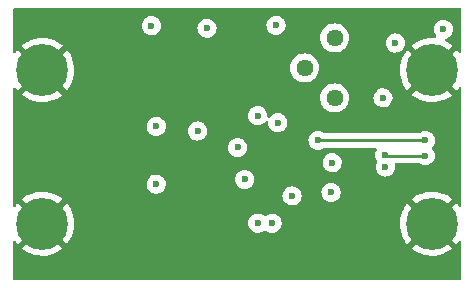
<source format=gbr>
%TF.GenerationSoftware,KiCad,Pcbnew,(6.0.4-0)*%
%TF.CreationDate,2022-11-03T14:14:05-06:00*%
%TF.ProjectId,howland,686f776c-616e-4642-9e6b-696361645f70,rev?*%
%TF.SameCoordinates,Original*%
%TF.FileFunction,Copper,L4,Bot*%
%TF.FilePolarity,Positive*%
%FSLAX46Y46*%
G04 Gerber Fmt 4.6, Leading zero omitted, Abs format (unit mm)*
G04 Created by KiCad (PCBNEW (6.0.4-0)) date 2022-11-03 14:14:05*
%MOMM*%
%LPD*%
G01*
G04 APERTURE LIST*
%TA.AperFunction,ComponentPad*%
%ADD10C,0.700000*%
%TD*%
%TA.AperFunction,ComponentPad*%
%ADD11C,4.400000*%
%TD*%
%TA.AperFunction,ComponentPad*%
%ADD12C,1.440000*%
%TD*%
%TA.AperFunction,ViaPad*%
%ADD13C,0.600000*%
%TD*%
%TA.AperFunction,Conductor*%
%ADD14C,0.250000*%
%TD*%
G04 APERTURE END LIST*
D10*
%TO.P,MH1,1,Pin_1*%
%TO.N,GNDPWR*%
X101350000Y-84000000D03*
X103000000Y-82350000D03*
X104166726Y-85166726D03*
X104166726Y-82833274D03*
D11*
X103000000Y-84000000D03*
D10*
X104650000Y-84000000D03*
X101833274Y-82833274D03*
X101833274Y-85166726D03*
X103000000Y-85650000D03*
%TD*%
D11*
%TO.P,MH2,1,Pin_1*%
%TO.N,GNDPWR*%
X136000000Y-84000000D03*
D10*
X137166726Y-82833274D03*
X134350000Y-84000000D03*
X137650000Y-84000000D03*
X137166726Y-85166726D03*
X136000000Y-82350000D03*
X136000000Y-85650000D03*
X134833274Y-85166726D03*
X134833274Y-82833274D03*
%TD*%
%TO.P,MH3,1,Pin_1*%
%TO.N,GNDPWR*%
X101833274Y-98166726D03*
D11*
X103000000Y-97000000D03*
D10*
X104166726Y-98166726D03*
X101833274Y-95833274D03*
X104166726Y-95833274D03*
X103000000Y-95350000D03*
X104650000Y-97000000D03*
X101350000Y-97000000D03*
X103000000Y-98650000D03*
%TD*%
D11*
%TO.P,MH4,1,Pin_1*%
%TO.N,GNDPWR*%
X136000000Y-97000000D03*
D10*
X134833274Y-95833274D03*
X134350000Y-97000000D03*
X137650000Y-97000000D03*
X136000000Y-95350000D03*
X137166726Y-98166726D03*
X137166726Y-95833274D03*
X134833274Y-98166726D03*
X136000000Y-98650000D03*
%TD*%
D12*
%TO.P,RV1,1,1*%
%TO.N,Net-(R5-Pad2)*%
X127750000Y-86350000D03*
%TO.P,RV1,2,2*%
%TO.N,Net-(RV1-Pad2)*%
X125210000Y-83810000D03*
%TO.P,RV1,3,3*%
%TO.N,Net-(R6-Pad1)*%
X127750000Y-81270000D03*
%TD*%
D13*
%TO.N,GND*%
X136950000Y-80550000D03*
X132908411Y-81708411D03*
X112250000Y-80250000D03*
X132050000Y-92200000D03*
X112650000Y-88750000D03*
X127550000Y-91850000D03*
X127450000Y-94350000D03*
X131850000Y-86350000D03*
X124150000Y-94650000D03*
X116150000Y-89150000D03*
X112650000Y-93650000D03*
%TO.N,+3V3*%
X116950000Y-80450000D03*
X121250000Y-87850000D03*
X121250000Y-96950000D03*
X122800000Y-80200000D03*
%TO.N,VD*%
X132000000Y-91200000D03*
X135450000Y-91250000D03*
X122465000Y-96965000D03*
X122950000Y-88450000D03*
%TO.N,/Channel1/buffer/out+*%
X120150000Y-93250000D03*
X119550000Y-90550000D03*
%TO.N,/sda-tx*%
X135450000Y-89950000D03*
X126350000Y-89950000D03*
%TD*%
D14*
%TO.N,VD*%
X132050000Y-91250000D02*
X132000000Y-91200000D01*
X135450000Y-91250000D02*
X132050000Y-91250000D01*
%TO.N,/sda-tx*%
X135450000Y-89950000D02*
X126350000Y-89950000D01*
%TD*%
%TA.AperFunction,Conductor*%
%TO.N,GNDPWR*%
G36*
X138433621Y-78778502D02*
G01*
X138480114Y-78832158D01*
X138491500Y-78884500D01*
X138491500Y-82434491D01*
X138471498Y-82502612D01*
X138417842Y-82549105D01*
X138347568Y-82559209D01*
X138282988Y-82529715D01*
X138257553Y-82499480D01*
X138237763Y-82466609D01*
X138233481Y-82460377D01*
X138097991Y-82286647D01*
X138086199Y-82278178D01*
X138074486Y-82284725D01*
X136372020Y-83987190D01*
X136364408Y-84001131D01*
X136364539Y-84002966D01*
X136368790Y-84009580D01*
X138073285Y-85714074D01*
X138086408Y-85721240D01*
X138096709Y-85713851D01*
X138200751Y-85586055D01*
X138205159Y-85579921D01*
X138258938Y-85494686D01*
X138312205Y-85447748D01*
X138382392Y-85437059D01*
X138447217Y-85466014D01*
X138486096Y-85525418D01*
X138491500Y-85561922D01*
X138491500Y-95434491D01*
X138471498Y-95502612D01*
X138417842Y-95549105D01*
X138347568Y-95559209D01*
X138282988Y-95529715D01*
X138257553Y-95499480D01*
X138237763Y-95466609D01*
X138233481Y-95460377D01*
X138097991Y-95286647D01*
X138086199Y-95278178D01*
X138074486Y-95284725D01*
X136372020Y-96987190D01*
X136364408Y-97001131D01*
X136364539Y-97002966D01*
X136368790Y-97009580D01*
X138073285Y-98714074D01*
X138086408Y-98721240D01*
X138096709Y-98713851D01*
X138200751Y-98586055D01*
X138205159Y-98579921D01*
X138258938Y-98494686D01*
X138312205Y-98447748D01*
X138382392Y-98437059D01*
X138447217Y-98466014D01*
X138486096Y-98525418D01*
X138491500Y-98561922D01*
X138491500Y-101615500D01*
X138471498Y-101683621D01*
X138417842Y-101730114D01*
X138365500Y-101741500D01*
X100634500Y-101741500D01*
X100566379Y-101721498D01*
X100519886Y-101667842D01*
X100508500Y-101615500D01*
X100508500Y-99086423D01*
X101278703Y-99086423D01*
X101286227Y-99096854D01*
X101425483Y-99209020D01*
X101431657Y-99213408D01*
X101702271Y-99382178D01*
X101708931Y-99385794D01*
X101997852Y-99520827D01*
X102004905Y-99523620D01*
X102307970Y-99622970D01*
X102315282Y-99624888D01*
X102628092Y-99687109D01*
X102635590Y-99688137D01*
X102953610Y-99712328D01*
X102961173Y-99712446D01*
X103279785Y-99698257D01*
X103287326Y-99697465D01*
X103601924Y-99645101D01*
X103609302Y-99643411D01*
X103915355Y-99553625D01*
X103922450Y-99551071D01*
X104215496Y-99425169D01*
X104222263Y-99421765D01*
X104498042Y-99261580D01*
X104504349Y-99257390D01*
X104714305Y-99098889D01*
X104722761Y-99087496D01*
X104722172Y-99086423D01*
X134278703Y-99086423D01*
X134286227Y-99096854D01*
X134425483Y-99209020D01*
X134431657Y-99213408D01*
X134702271Y-99382178D01*
X134708931Y-99385794D01*
X134997852Y-99520827D01*
X135004905Y-99523620D01*
X135307970Y-99622970D01*
X135315282Y-99624888D01*
X135628092Y-99687109D01*
X135635590Y-99688137D01*
X135953610Y-99712328D01*
X135961173Y-99712446D01*
X136279785Y-99698257D01*
X136287326Y-99697465D01*
X136601924Y-99645101D01*
X136609302Y-99643411D01*
X136915355Y-99553625D01*
X136922450Y-99551071D01*
X137215496Y-99425169D01*
X137222263Y-99421765D01*
X137498042Y-99261580D01*
X137504349Y-99257390D01*
X137714305Y-99098889D01*
X137722761Y-99087496D01*
X137716045Y-99075256D01*
X136012810Y-97372020D01*
X135998869Y-97364408D01*
X135997034Y-97364539D01*
X135990420Y-97368790D01*
X134285818Y-99073393D01*
X134278703Y-99086423D01*
X104722172Y-99086423D01*
X104716045Y-99075256D01*
X103012810Y-97372020D01*
X102998869Y-97364408D01*
X102997034Y-97364539D01*
X102990420Y-97368790D01*
X101285818Y-99073393D01*
X101278703Y-99086423D01*
X100508500Y-99086423D01*
X100508500Y-98568320D01*
X100528502Y-98500199D01*
X100582158Y-98453706D01*
X100652432Y-98443602D01*
X100717012Y-98473096D01*
X100743120Y-98504463D01*
X100746296Y-98509866D01*
X100750519Y-98516150D01*
X100901463Y-98713934D01*
X100912989Y-98722396D01*
X100925054Y-98715735D01*
X102627980Y-97012810D01*
X102634357Y-97001131D01*
X103364408Y-97001131D01*
X103364539Y-97002966D01*
X103368790Y-97009580D01*
X105073285Y-98714074D01*
X105086408Y-98721240D01*
X105096709Y-98713851D01*
X105200751Y-98586055D01*
X105205164Y-98579914D01*
X105375349Y-98310187D01*
X105379005Y-98303536D01*
X105515544Y-98015335D01*
X105518375Y-98008295D01*
X105619306Y-97705767D01*
X105621270Y-97698433D01*
X105685122Y-97385989D01*
X105686194Y-97378465D01*
X105712173Y-97059051D01*
X105712378Y-97054576D01*
X105712927Y-97002221D01*
X105712817Y-96997789D01*
X105709251Y-96938640D01*
X120436463Y-96938640D01*
X120454163Y-97119160D01*
X120511418Y-97291273D01*
X120515065Y-97297295D01*
X120515066Y-97297297D01*
X120568780Y-97385989D01*
X120605380Y-97446424D01*
X120731382Y-97576902D01*
X120883159Y-97676222D01*
X120889763Y-97678678D01*
X120889765Y-97678679D01*
X121046558Y-97736990D01*
X121046560Y-97736990D01*
X121053168Y-97739448D01*
X121136995Y-97750633D01*
X121225980Y-97762507D01*
X121225984Y-97762507D01*
X121232961Y-97763438D01*
X121239972Y-97762800D01*
X121239976Y-97762800D01*
X121382459Y-97749832D01*
X121413600Y-97746998D01*
X121420302Y-97744820D01*
X121420304Y-97744820D01*
X121579409Y-97693124D01*
X121579412Y-97693123D01*
X121586108Y-97690947D01*
X121712237Y-97615759D01*
X121735860Y-97601677D01*
X121735862Y-97601676D01*
X121741912Y-97598069D01*
X121760920Y-97579968D01*
X121824045Y-97547476D01*
X121894716Y-97554269D01*
X121938444Y-97583682D01*
X121946382Y-97591902D01*
X121984242Y-97616677D01*
X122092227Y-97687340D01*
X122098159Y-97691222D01*
X122104763Y-97693678D01*
X122104765Y-97693679D01*
X122261558Y-97751990D01*
X122261560Y-97751990D01*
X122268168Y-97754448D01*
X122335544Y-97763438D01*
X122440980Y-97777507D01*
X122440984Y-97777507D01*
X122447961Y-97778438D01*
X122454972Y-97777800D01*
X122454976Y-97777800D01*
X122597459Y-97764832D01*
X122628600Y-97761998D01*
X122635302Y-97759820D01*
X122635304Y-97759820D01*
X122794409Y-97708124D01*
X122794412Y-97708123D01*
X122801108Y-97705947D01*
X122956912Y-97613069D01*
X123088266Y-97487982D01*
X123188643Y-97336902D01*
X123253055Y-97167338D01*
X123268903Y-97054576D01*
X123277748Y-96991639D01*
X123277748Y-96991636D01*
X123278299Y-96987717D01*
X123278471Y-96975383D01*
X133287388Y-96975383D01*
X133303245Y-97293914D01*
X133304076Y-97301443D01*
X133358085Y-97615759D01*
X133359818Y-97623146D01*
X133451196Y-97928695D01*
X133453799Y-97935808D01*
X133581227Y-98228173D01*
X133584669Y-98234929D01*
X133746296Y-98509865D01*
X133750519Y-98516150D01*
X133901463Y-98713934D01*
X133912989Y-98722396D01*
X133925054Y-98715735D01*
X135627980Y-97012810D01*
X135635592Y-96998869D01*
X135635461Y-96997034D01*
X135631210Y-96990420D01*
X133926445Y-95285656D01*
X133913510Y-95278592D01*
X133902949Y-95286252D01*
X133782766Y-95437072D01*
X133778410Y-95443270D01*
X133611059Y-95714764D01*
X133607479Y-95721440D01*
X133473956Y-96011074D01*
X133471206Y-96018125D01*
X133373444Y-96321708D01*
X133371561Y-96329041D01*
X133310979Y-96642170D01*
X133309992Y-96649670D01*
X133287467Y-96967802D01*
X133287388Y-96975383D01*
X123278471Y-96975383D01*
X123278616Y-96965000D01*
X123258397Y-96784745D01*
X123247017Y-96752066D01*
X123201064Y-96620106D01*
X123201062Y-96620103D01*
X123198745Y-96613448D01*
X123102626Y-96459624D01*
X123010832Y-96367187D01*
X122979778Y-96335915D01*
X122979774Y-96335912D01*
X122974815Y-96330918D01*
X122963697Y-96323862D01*
X122915538Y-96293300D01*
X122821666Y-96233727D01*
X122765755Y-96213818D01*
X122657425Y-96175243D01*
X122657420Y-96175242D01*
X122650790Y-96172881D01*
X122643802Y-96172048D01*
X122643799Y-96172047D01*
X122503889Y-96155364D01*
X122470680Y-96151404D01*
X122463677Y-96152140D01*
X122463676Y-96152140D01*
X122297288Y-96169628D01*
X122297286Y-96169629D01*
X122290288Y-96170364D01*
X122118579Y-96228818D01*
X122112575Y-96232512D01*
X121970090Y-96320169D01*
X121970087Y-96320171D01*
X121964088Y-96323862D01*
X121953925Y-96333815D01*
X121891262Y-96367187D01*
X121820503Y-96361384D01*
X121776359Y-96332578D01*
X121772847Y-96329041D01*
X121759815Y-96315918D01*
X121748697Y-96308862D01*
X121630302Y-96233727D01*
X121606666Y-96218727D01*
X121577463Y-96208328D01*
X121442425Y-96160243D01*
X121442420Y-96160242D01*
X121435790Y-96157881D01*
X121428802Y-96157048D01*
X121428799Y-96157047D01*
X121305698Y-96142368D01*
X121255680Y-96136404D01*
X121248677Y-96137140D01*
X121248676Y-96137140D01*
X121082288Y-96154628D01*
X121082286Y-96154629D01*
X121075288Y-96155364D01*
X120903579Y-96213818D01*
X120871218Y-96233727D01*
X120755095Y-96305166D01*
X120755092Y-96305168D01*
X120749088Y-96308862D01*
X120744053Y-96313793D01*
X120744050Y-96313795D01*
X120634208Y-96421361D01*
X120619493Y-96435771D01*
X120521235Y-96588238D01*
X120518826Y-96594858D01*
X120518824Y-96594861D01*
X120461606Y-96752066D01*
X120459197Y-96758685D01*
X120436463Y-96938640D01*
X105709251Y-96938640D01*
X105693529Y-96677853D01*
X105692621Y-96670351D01*
X105635319Y-96356593D01*
X105633518Y-96349260D01*
X105538935Y-96044655D01*
X105536263Y-96037583D01*
X105405781Y-95746570D01*
X105402264Y-95739843D01*
X105237771Y-95466621D01*
X105233481Y-95460377D01*
X105097991Y-95286647D01*
X105086199Y-95278178D01*
X105074486Y-95284725D01*
X103372020Y-96987190D01*
X103364408Y-97001131D01*
X102634357Y-97001131D01*
X102635592Y-96998869D01*
X102635461Y-96997034D01*
X102631210Y-96990420D01*
X100926445Y-95285656D01*
X100913510Y-95278592D01*
X100902949Y-95286252D01*
X100782766Y-95437072D01*
X100778410Y-95443270D01*
X100741760Y-95502727D01*
X100688988Y-95550220D01*
X100618916Y-95561644D01*
X100553792Y-95533370D01*
X100514293Y-95474376D01*
X100508500Y-95436611D01*
X100508500Y-94913423D01*
X101277917Y-94913423D01*
X101284520Y-94925309D01*
X102987190Y-96627980D01*
X103001131Y-96635592D01*
X103002966Y-96635461D01*
X103009580Y-96631210D01*
X104714559Y-94926230D01*
X104721571Y-94913389D01*
X104713777Y-94902701D01*
X104551298Y-94774613D01*
X104545075Y-94770288D01*
X104328977Y-94638640D01*
X123336463Y-94638640D01*
X123354163Y-94819160D01*
X123411418Y-94991273D01*
X123415065Y-94997295D01*
X123415066Y-94997297D01*
X123501720Y-95140380D01*
X123505380Y-95146424D01*
X123631382Y-95276902D01*
X123783159Y-95376222D01*
X123789763Y-95378678D01*
X123789765Y-95378679D01*
X123946558Y-95436990D01*
X123946560Y-95436990D01*
X123953168Y-95439448D01*
X124036995Y-95450633D01*
X124125980Y-95462507D01*
X124125984Y-95462507D01*
X124132961Y-95463438D01*
X124139972Y-95462800D01*
X124139976Y-95462800D01*
X124282459Y-95449832D01*
X124313600Y-95446998D01*
X124320302Y-95444820D01*
X124320304Y-95444820D01*
X124479409Y-95393124D01*
X124479412Y-95393123D01*
X124486108Y-95390947D01*
X124641912Y-95298069D01*
X124773266Y-95172982D01*
X124873643Y-95021902D01*
X124938055Y-94852338D01*
X124939733Y-94840401D01*
X124962748Y-94676639D01*
X124962748Y-94676636D01*
X124963299Y-94672717D01*
X124963616Y-94650000D01*
X124943397Y-94469745D01*
X124941080Y-94463091D01*
X124897742Y-94338640D01*
X126636463Y-94338640D01*
X126654163Y-94519160D01*
X126711418Y-94691273D01*
X126715065Y-94697295D01*
X126715066Y-94697297D01*
X126784624Y-94812151D01*
X126805380Y-94846424D01*
X126931382Y-94976902D01*
X127083159Y-95076222D01*
X127089763Y-95078678D01*
X127089765Y-95078679D01*
X127246558Y-95136990D01*
X127246560Y-95136990D01*
X127253168Y-95139448D01*
X127336995Y-95150633D01*
X127425980Y-95162507D01*
X127425984Y-95162507D01*
X127432961Y-95163438D01*
X127439972Y-95162800D01*
X127439976Y-95162800D01*
X127582459Y-95149832D01*
X127613600Y-95146998D01*
X127620302Y-95144820D01*
X127620304Y-95144820D01*
X127779409Y-95093124D01*
X127779412Y-95093123D01*
X127786108Y-95090947D01*
X127901932Y-95021902D01*
X127935860Y-95001677D01*
X127935862Y-95001676D01*
X127941912Y-94998069D01*
X128030799Y-94913423D01*
X134277917Y-94913423D01*
X134284520Y-94925309D01*
X135987190Y-96627980D01*
X136001131Y-96635592D01*
X136002966Y-96635461D01*
X136009580Y-96631210D01*
X137714559Y-94926230D01*
X137721571Y-94913389D01*
X137713777Y-94902701D01*
X137551298Y-94774613D01*
X137545075Y-94770288D01*
X137272702Y-94604357D01*
X137266025Y-94600822D01*
X136975686Y-94468813D01*
X136968616Y-94466099D01*
X136664537Y-94369932D01*
X136657186Y-94368085D01*
X136343746Y-94309142D01*
X136336237Y-94308194D01*
X136017989Y-94287335D01*
X136010424Y-94287295D01*
X135691964Y-94304821D01*
X135684450Y-94305690D01*
X135370405Y-94361348D01*
X135363044Y-94363115D01*
X135057980Y-94456092D01*
X135050860Y-94458740D01*
X134759182Y-94587690D01*
X134752445Y-94591167D01*
X134478355Y-94754233D01*
X134472091Y-94758490D01*
X134286385Y-94901762D01*
X134277917Y-94913423D01*
X128030799Y-94913423D01*
X128073266Y-94872982D01*
X128173643Y-94721902D01*
X128218295Y-94604357D01*
X128235555Y-94558920D01*
X128235556Y-94558918D01*
X128238055Y-94552338D01*
X128239035Y-94545366D01*
X128262748Y-94376639D01*
X128262748Y-94376636D01*
X128263299Y-94372717D01*
X128263616Y-94350000D01*
X128243397Y-94169745D01*
X128241080Y-94163091D01*
X128186064Y-94005106D01*
X128186062Y-94005103D01*
X128183745Y-93998448D01*
X128133171Y-93917512D01*
X128091359Y-93850598D01*
X128087626Y-93844624D01*
X128082664Y-93839627D01*
X127964778Y-93720915D01*
X127964774Y-93720912D01*
X127959815Y-93715918D01*
X127948697Y-93708862D01*
X127885501Y-93668757D01*
X127806666Y-93618727D01*
X127777463Y-93608328D01*
X127642425Y-93560243D01*
X127642420Y-93560242D01*
X127635790Y-93557881D01*
X127628802Y-93557048D01*
X127628799Y-93557047D01*
X127505698Y-93542368D01*
X127455680Y-93536404D01*
X127448677Y-93537140D01*
X127448676Y-93537140D01*
X127282288Y-93554628D01*
X127282286Y-93554629D01*
X127275288Y-93555364D01*
X127103579Y-93613818D01*
X127097575Y-93617512D01*
X126955095Y-93705166D01*
X126955092Y-93705168D01*
X126949088Y-93708862D01*
X126944053Y-93713793D01*
X126944050Y-93713795D01*
X126829630Y-93825844D01*
X126819493Y-93835771D01*
X126721235Y-93988238D01*
X126718826Y-93994858D01*
X126718824Y-93994861D01*
X126661606Y-94152066D01*
X126659197Y-94158685D01*
X126636463Y-94338640D01*
X124897742Y-94338640D01*
X124886064Y-94305106D01*
X124886062Y-94305103D01*
X124883745Y-94298448D01*
X124787626Y-94144624D01*
X124707005Y-94063438D01*
X124664778Y-94020915D01*
X124664774Y-94020912D01*
X124659815Y-94015918D01*
X124648697Y-94008862D01*
X124591185Y-93972364D01*
X124506666Y-93918727D01*
X124458784Y-93901677D01*
X124342425Y-93860243D01*
X124342420Y-93860242D01*
X124335790Y-93857881D01*
X124328802Y-93857048D01*
X124328799Y-93857047D01*
X124205698Y-93842368D01*
X124155680Y-93836404D01*
X124148677Y-93837140D01*
X124148676Y-93837140D01*
X123982288Y-93854628D01*
X123982286Y-93854629D01*
X123975288Y-93855364D01*
X123803579Y-93913818D01*
X123797575Y-93917512D01*
X123655095Y-94005166D01*
X123655092Y-94005168D01*
X123649088Y-94008862D01*
X123644053Y-94013793D01*
X123644050Y-94013795D01*
X123524525Y-94130843D01*
X123519493Y-94135771D01*
X123421235Y-94288238D01*
X123418826Y-94294858D01*
X123418824Y-94294861D01*
X123364243Y-94444820D01*
X123359197Y-94458685D01*
X123336463Y-94638640D01*
X104328977Y-94638640D01*
X104272702Y-94604357D01*
X104266025Y-94600822D01*
X103975686Y-94468813D01*
X103968616Y-94466099D01*
X103664537Y-94369932D01*
X103657186Y-94368085D01*
X103343746Y-94309142D01*
X103336237Y-94308194D01*
X103017989Y-94287335D01*
X103010424Y-94287295D01*
X102691964Y-94304821D01*
X102684450Y-94305690D01*
X102370405Y-94361348D01*
X102363044Y-94363115D01*
X102057980Y-94456092D01*
X102050860Y-94458740D01*
X101759182Y-94587690D01*
X101752445Y-94591167D01*
X101478355Y-94754233D01*
X101472091Y-94758490D01*
X101286385Y-94901762D01*
X101277917Y-94913423D01*
X100508500Y-94913423D01*
X100508500Y-93638640D01*
X111836463Y-93638640D01*
X111854163Y-93819160D01*
X111911418Y-93991273D01*
X111915065Y-93997295D01*
X111915066Y-93997297D01*
X112001264Y-94139627D01*
X112005380Y-94146424D01*
X112010269Y-94151487D01*
X112010270Y-94151488D01*
X112025357Y-94167111D01*
X112131382Y-94276902D01*
X112155171Y-94292469D01*
X112243088Y-94350000D01*
X112283159Y-94376222D01*
X112289763Y-94378678D01*
X112289765Y-94378679D01*
X112446558Y-94436990D01*
X112446560Y-94436990D01*
X112453168Y-94439448D01*
X112536995Y-94450633D01*
X112625980Y-94462507D01*
X112625984Y-94462507D01*
X112632961Y-94463438D01*
X112639972Y-94462800D01*
X112639976Y-94462800D01*
X112782459Y-94449832D01*
X112813600Y-94446998D01*
X112820302Y-94444820D01*
X112820304Y-94444820D01*
X112979409Y-94393124D01*
X112979412Y-94393123D01*
X112986108Y-94390947D01*
X113123337Y-94309142D01*
X113135860Y-94301677D01*
X113135862Y-94301676D01*
X113141912Y-94298069D01*
X113273266Y-94172982D01*
X113373643Y-94021902D01*
X113422529Y-93893211D01*
X113435555Y-93858920D01*
X113435556Y-93858918D01*
X113438055Y-93852338D01*
X113439551Y-93841693D01*
X113462748Y-93676639D01*
X113462748Y-93676636D01*
X113463299Y-93672717D01*
X113463616Y-93650000D01*
X113443397Y-93469745D01*
X113441080Y-93463091D01*
X113386064Y-93305106D01*
X113386062Y-93305103D01*
X113383745Y-93298448D01*
X113346373Y-93238640D01*
X119336463Y-93238640D01*
X119354163Y-93419160D01*
X119411418Y-93591273D01*
X119415065Y-93597295D01*
X119415066Y-93597297D01*
X119482632Y-93708862D01*
X119505380Y-93746424D01*
X119631382Y-93876902D01*
X119783159Y-93976222D01*
X119789763Y-93978678D01*
X119789765Y-93978679D01*
X119946558Y-94036990D01*
X119946560Y-94036990D01*
X119953168Y-94039448D01*
X120036995Y-94050633D01*
X120125980Y-94062507D01*
X120125984Y-94062507D01*
X120132961Y-94063438D01*
X120139972Y-94062800D01*
X120139976Y-94062800D01*
X120282459Y-94049832D01*
X120313600Y-94046998D01*
X120320302Y-94044820D01*
X120320304Y-94044820D01*
X120479409Y-93993124D01*
X120479412Y-93993123D01*
X120486108Y-93990947D01*
X120609296Y-93917512D01*
X120635860Y-93901677D01*
X120635862Y-93901676D01*
X120641912Y-93898069D01*
X120773266Y-93772982D01*
X120873643Y-93621902D01*
X120932989Y-93465675D01*
X120935555Y-93458920D01*
X120935556Y-93458918D01*
X120938055Y-93452338D01*
X120939035Y-93445366D01*
X120962748Y-93276639D01*
X120962748Y-93276636D01*
X120963299Y-93272717D01*
X120963616Y-93250000D01*
X120943397Y-93069745D01*
X120941080Y-93063091D01*
X120886064Y-92905106D01*
X120886062Y-92905103D01*
X120883745Y-92898448D01*
X120856823Y-92855364D01*
X120791359Y-92750598D01*
X120787626Y-92744624D01*
X120770960Y-92727841D01*
X120664778Y-92620915D01*
X120664774Y-92620912D01*
X120659815Y-92615918D01*
X120648697Y-92608862D01*
X120590457Y-92571902D01*
X120506666Y-92518727D01*
X120458784Y-92501677D01*
X120342425Y-92460243D01*
X120342420Y-92460242D01*
X120335790Y-92457881D01*
X120328802Y-92457048D01*
X120328799Y-92457047D01*
X120205698Y-92442368D01*
X120155680Y-92436404D01*
X120148677Y-92437140D01*
X120148676Y-92437140D01*
X119982288Y-92454628D01*
X119982286Y-92454629D01*
X119975288Y-92455364D01*
X119803579Y-92513818D01*
X119797575Y-92517512D01*
X119655095Y-92605166D01*
X119655092Y-92605168D01*
X119649088Y-92608862D01*
X119644053Y-92613793D01*
X119644050Y-92613795D01*
X119527591Y-92727841D01*
X119519493Y-92735771D01*
X119421235Y-92888238D01*
X119418826Y-92894858D01*
X119418824Y-92894861D01*
X119375536Y-93013795D01*
X119359197Y-93058685D01*
X119336463Y-93238640D01*
X113346373Y-93238640D01*
X113287626Y-93144624D01*
X113273941Y-93130843D01*
X113164778Y-93020915D01*
X113164774Y-93020912D01*
X113159815Y-93015918D01*
X113148697Y-93008862D01*
X113100538Y-92978300D01*
X113006666Y-92918727D01*
X112949716Y-92898448D01*
X112842425Y-92860243D01*
X112842420Y-92860242D01*
X112835790Y-92857881D01*
X112828802Y-92857048D01*
X112828799Y-92857047D01*
X112705698Y-92842368D01*
X112655680Y-92836404D01*
X112648677Y-92837140D01*
X112648676Y-92837140D01*
X112482288Y-92854628D01*
X112482286Y-92854629D01*
X112475288Y-92855364D01*
X112303579Y-92913818D01*
X112297575Y-92917512D01*
X112155095Y-93005166D01*
X112155092Y-93005168D01*
X112149088Y-93008862D01*
X112144053Y-93013793D01*
X112144050Y-93013795D01*
X112086916Y-93069745D01*
X112019493Y-93135771D01*
X111921235Y-93288238D01*
X111918826Y-93294858D01*
X111918824Y-93294861D01*
X111876134Y-93412151D01*
X111859197Y-93458685D01*
X111836463Y-93638640D01*
X100508500Y-93638640D01*
X100508500Y-91838640D01*
X126736463Y-91838640D01*
X126754163Y-92019160D01*
X126811418Y-92191273D01*
X126815065Y-92197295D01*
X126815066Y-92197297D01*
X126825978Y-92215314D01*
X126905380Y-92346424D01*
X127031382Y-92476902D01*
X127183159Y-92576222D01*
X127189763Y-92578678D01*
X127189765Y-92578679D01*
X127346558Y-92636990D01*
X127346560Y-92636990D01*
X127353168Y-92639448D01*
X127436995Y-92650633D01*
X127525980Y-92662507D01*
X127525984Y-92662507D01*
X127532961Y-92663438D01*
X127539972Y-92662800D01*
X127539976Y-92662800D01*
X127682459Y-92649832D01*
X127713600Y-92646998D01*
X127720302Y-92644820D01*
X127720304Y-92644820D01*
X127879409Y-92593124D01*
X127879412Y-92593123D01*
X127886108Y-92590947D01*
X128009296Y-92517512D01*
X128035860Y-92501677D01*
X128035862Y-92501676D01*
X128041912Y-92498069D01*
X128173266Y-92372982D01*
X128273643Y-92221902D01*
X128315423Y-92111917D01*
X128335555Y-92058920D01*
X128335556Y-92058918D01*
X128338055Y-92052338D01*
X128340212Y-92036990D01*
X128362748Y-91876639D01*
X128362748Y-91876636D01*
X128363299Y-91872717D01*
X128363616Y-91850000D01*
X128343397Y-91669745D01*
X128341080Y-91663091D01*
X128286064Y-91505106D01*
X128286062Y-91505103D01*
X128283745Y-91498448D01*
X128187626Y-91344624D01*
X128173941Y-91330843D01*
X128064778Y-91220915D01*
X128064774Y-91220912D01*
X128059815Y-91215918D01*
X128048697Y-91208862D01*
X127998335Y-91176902D01*
X127906666Y-91118727D01*
X127877463Y-91108328D01*
X127742425Y-91060243D01*
X127742420Y-91060242D01*
X127735790Y-91057881D01*
X127728802Y-91057048D01*
X127728799Y-91057047D01*
X127605698Y-91042368D01*
X127555680Y-91036404D01*
X127548677Y-91037140D01*
X127548676Y-91037140D01*
X127382288Y-91054628D01*
X127382286Y-91054629D01*
X127375288Y-91055364D01*
X127203579Y-91113818D01*
X127197575Y-91117512D01*
X127055095Y-91205166D01*
X127055092Y-91205168D01*
X127049088Y-91208862D01*
X127044053Y-91213793D01*
X127044050Y-91213795D01*
X126924525Y-91330843D01*
X126919493Y-91335771D01*
X126821235Y-91488238D01*
X126818826Y-91494858D01*
X126818824Y-91494861D01*
X126799739Y-91547297D01*
X126759197Y-91658685D01*
X126736463Y-91838640D01*
X100508500Y-91838640D01*
X100508500Y-90538640D01*
X118736463Y-90538640D01*
X118754163Y-90719160D01*
X118811418Y-90891273D01*
X118815065Y-90897295D01*
X118815066Y-90897297D01*
X118899817Y-91037238D01*
X118905380Y-91046424D01*
X118910269Y-91051487D01*
X118910270Y-91051488D01*
X118916204Y-91057633D01*
X119031382Y-91176902D01*
X119091005Y-91215918D01*
X119143088Y-91250000D01*
X119183159Y-91276222D01*
X119189763Y-91278678D01*
X119189765Y-91278679D01*
X119346558Y-91336990D01*
X119346560Y-91336990D01*
X119353168Y-91339448D01*
X119436732Y-91350598D01*
X119525980Y-91362507D01*
X119525984Y-91362507D01*
X119532961Y-91363438D01*
X119539972Y-91362800D01*
X119539976Y-91362800D01*
X119682459Y-91349832D01*
X119713600Y-91346998D01*
X119720302Y-91344820D01*
X119720304Y-91344820D01*
X119879409Y-91293124D01*
X119879412Y-91293123D01*
X119886108Y-91290947D01*
X120011970Y-91215918D01*
X120035860Y-91201677D01*
X120035862Y-91201676D01*
X120041912Y-91198069D01*
X120173266Y-91072982D01*
X120273643Y-90921902D01*
X120328400Y-90777756D01*
X120335555Y-90758920D01*
X120335556Y-90758918D01*
X120338055Y-90752338D01*
X120339736Y-90740380D01*
X120362748Y-90576639D01*
X120362748Y-90576636D01*
X120363299Y-90572717D01*
X120363616Y-90550000D01*
X120343397Y-90369745D01*
X120341080Y-90363091D01*
X120286064Y-90205106D01*
X120286062Y-90205103D01*
X120283745Y-90198448D01*
X120187626Y-90044624D01*
X120120114Y-89976639D01*
X120082380Y-89938640D01*
X125536463Y-89938640D01*
X125554163Y-90119160D01*
X125611418Y-90291273D01*
X125615065Y-90297295D01*
X125615066Y-90297297D01*
X125663181Y-90376744D01*
X125705380Y-90446424D01*
X125831382Y-90576902D01*
X125983159Y-90676222D01*
X125989763Y-90678678D01*
X125989765Y-90678679D01*
X126146558Y-90736990D01*
X126146560Y-90736990D01*
X126153168Y-90739448D01*
X126236732Y-90750598D01*
X126325980Y-90762507D01*
X126325984Y-90762507D01*
X126332961Y-90763438D01*
X126339972Y-90762800D01*
X126339976Y-90762800D01*
X126482459Y-90749832D01*
X126513600Y-90746998D01*
X126520302Y-90744820D01*
X126520304Y-90744820D01*
X126679409Y-90693124D01*
X126679412Y-90693123D01*
X126686108Y-90690947D01*
X126836540Y-90601271D01*
X126901058Y-90583500D01*
X131204303Y-90583500D01*
X131272424Y-90603502D01*
X131318917Y-90657158D01*
X131329021Y-90727432D01*
X131310216Y-90777752D01*
X131271235Y-90838238D01*
X131268826Y-90844858D01*
X131268824Y-90844861D01*
X131211606Y-91002066D01*
X131209197Y-91008685D01*
X131186463Y-91188640D01*
X131204163Y-91369160D01*
X131261418Y-91541273D01*
X131265065Y-91547295D01*
X131265066Y-91547297D01*
X131342329Y-91674874D01*
X131360508Y-91743504D01*
X131340466Y-91808398D01*
X131321235Y-91838238D01*
X131318826Y-91844858D01*
X131318824Y-91844861D01*
X131270118Y-91978679D01*
X131259197Y-92008685D01*
X131236463Y-92188640D01*
X131254163Y-92369160D01*
X131311418Y-92541273D01*
X131315065Y-92547295D01*
X131315066Y-92547297D01*
X131385017Y-92662800D01*
X131405380Y-92696424D01*
X131410269Y-92701487D01*
X131410270Y-92701488D01*
X131487121Y-92781068D01*
X131531382Y-92826902D01*
X131607271Y-92876562D01*
X131669849Y-92917512D01*
X131683159Y-92926222D01*
X131689763Y-92928678D01*
X131689765Y-92928679D01*
X131846558Y-92986990D01*
X131846560Y-92986990D01*
X131853168Y-92989448D01*
X131936995Y-93000633D01*
X132025980Y-93012507D01*
X132025984Y-93012507D01*
X132032961Y-93013438D01*
X132039972Y-93012800D01*
X132039976Y-93012800D01*
X132182459Y-92999832D01*
X132213600Y-92996998D01*
X132220302Y-92994820D01*
X132220304Y-92994820D01*
X132379409Y-92943124D01*
X132379412Y-92943123D01*
X132386108Y-92940947D01*
X132521490Y-92860243D01*
X132535860Y-92851677D01*
X132535862Y-92851676D01*
X132541912Y-92848069D01*
X132673266Y-92722982D01*
X132773643Y-92571902D01*
X132824835Y-92437140D01*
X132835555Y-92408920D01*
X132835556Y-92408918D01*
X132838055Y-92402338D01*
X132841498Y-92377841D01*
X132862748Y-92226639D01*
X132862748Y-92226636D01*
X132863299Y-92222717D01*
X132863616Y-92200000D01*
X132843823Y-92023544D01*
X132856107Y-91953620D01*
X132904246Y-91901435D01*
X132969038Y-91883500D01*
X134903903Y-91883500D01*
X134972896Y-91904068D01*
X135048620Y-91953620D01*
X135083159Y-91976222D01*
X135089763Y-91978678D01*
X135089765Y-91978679D01*
X135246558Y-92036990D01*
X135246560Y-92036990D01*
X135253168Y-92039448D01*
X135336995Y-92050633D01*
X135425980Y-92062507D01*
X135425984Y-92062507D01*
X135432961Y-92063438D01*
X135439972Y-92062800D01*
X135439976Y-92062800D01*
X135582459Y-92049832D01*
X135613600Y-92046998D01*
X135620302Y-92044820D01*
X135620304Y-92044820D01*
X135779409Y-91993124D01*
X135779412Y-91993123D01*
X135786108Y-91990947D01*
X135941912Y-91898069D01*
X136073266Y-91772982D01*
X136173643Y-91621902D01*
X136238055Y-91452338D01*
X136239035Y-91445366D01*
X136262748Y-91276639D01*
X136262748Y-91276636D01*
X136263299Y-91272717D01*
X136263616Y-91250000D01*
X136243397Y-91069745D01*
X136235276Y-91046424D01*
X136186064Y-90905106D01*
X136186062Y-90905103D01*
X136183745Y-90898448D01*
X136175086Y-90884590D01*
X136091359Y-90750598D01*
X136087626Y-90744624D01*
X136032667Y-90689280D01*
X135998860Y-90626849D01*
X136004172Y-90556052D01*
X136035181Y-90509251D01*
X136068159Y-90477846D01*
X136068162Y-90477843D01*
X136073266Y-90472982D01*
X136173643Y-90321902D01*
X136238055Y-90152338D01*
X136239035Y-90145366D01*
X136262748Y-89976639D01*
X136262748Y-89976636D01*
X136263299Y-89972717D01*
X136263616Y-89950000D01*
X136243397Y-89769745D01*
X136240088Y-89760243D01*
X136186064Y-89605106D01*
X136186062Y-89605103D01*
X136183745Y-89598448D01*
X136108906Y-89478679D01*
X136091359Y-89450598D01*
X136087626Y-89444624D01*
X136036571Y-89393211D01*
X135964778Y-89320915D01*
X135964774Y-89320912D01*
X135959815Y-89315918D01*
X135948697Y-89308862D01*
X135851214Y-89246998D01*
X135806666Y-89218727D01*
X135777463Y-89208328D01*
X135642425Y-89160243D01*
X135642420Y-89160242D01*
X135635790Y-89157881D01*
X135628802Y-89157048D01*
X135628799Y-89157047D01*
X135474431Y-89138640D01*
X135455680Y-89136404D01*
X135448677Y-89137140D01*
X135448676Y-89137140D01*
X135282288Y-89154628D01*
X135282286Y-89154629D01*
X135275288Y-89155364D01*
X135103579Y-89213818D01*
X134967039Y-89297819D01*
X134901019Y-89316500D01*
X126897338Y-89316500D01*
X126829824Y-89296885D01*
X126751214Y-89246998D01*
X126706666Y-89218727D01*
X126677463Y-89208328D01*
X126542425Y-89160243D01*
X126542420Y-89160242D01*
X126535790Y-89157881D01*
X126528802Y-89157048D01*
X126528799Y-89157047D01*
X126374431Y-89138640D01*
X126355680Y-89136404D01*
X126348677Y-89137140D01*
X126348676Y-89137140D01*
X126182288Y-89154628D01*
X126182286Y-89154629D01*
X126175288Y-89155364D01*
X126003579Y-89213818D01*
X125997575Y-89217512D01*
X125855095Y-89305166D01*
X125855092Y-89305168D01*
X125849088Y-89308862D01*
X125844053Y-89313793D01*
X125844050Y-89313795D01*
X125724525Y-89430843D01*
X125719493Y-89435771D01*
X125621235Y-89588238D01*
X125618826Y-89594858D01*
X125618824Y-89594861D01*
X125588622Y-89677841D01*
X125559197Y-89758685D01*
X125536463Y-89938640D01*
X120082380Y-89938640D01*
X120064778Y-89920915D01*
X120064774Y-89920912D01*
X120059815Y-89915918D01*
X120048697Y-89908862D01*
X119991185Y-89872364D01*
X119906666Y-89818727D01*
X119858784Y-89801677D01*
X119742425Y-89760243D01*
X119742420Y-89760242D01*
X119735790Y-89757881D01*
X119728802Y-89757048D01*
X119728799Y-89757047D01*
X119605698Y-89742368D01*
X119555680Y-89736404D01*
X119548677Y-89737140D01*
X119548676Y-89737140D01*
X119382288Y-89754628D01*
X119382286Y-89754629D01*
X119375288Y-89755364D01*
X119203579Y-89813818D01*
X119197575Y-89817512D01*
X119055095Y-89905166D01*
X119055092Y-89905168D01*
X119049088Y-89908862D01*
X119044053Y-89913793D01*
X119044050Y-89913795D01*
X118924525Y-90030843D01*
X118919493Y-90035771D01*
X118821235Y-90188238D01*
X118818826Y-90194858D01*
X118818824Y-90194861D01*
X118774983Y-90315314D01*
X118759197Y-90358685D01*
X118736463Y-90538640D01*
X100508500Y-90538640D01*
X100508500Y-88738640D01*
X111836463Y-88738640D01*
X111854163Y-88919160D01*
X111911418Y-89091273D01*
X111915065Y-89097295D01*
X111915066Y-89097297D01*
X112001720Y-89240380D01*
X112005380Y-89246424D01*
X112010269Y-89251487D01*
X112010270Y-89251488D01*
X112068852Y-89312151D01*
X112131382Y-89376902D01*
X112283159Y-89476222D01*
X112289763Y-89478678D01*
X112289765Y-89478679D01*
X112446558Y-89536990D01*
X112446560Y-89536990D01*
X112453168Y-89539448D01*
X112536995Y-89550633D01*
X112625980Y-89562507D01*
X112625984Y-89562507D01*
X112632961Y-89563438D01*
X112639972Y-89562800D01*
X112639976Y-89562800D01*
X112782459Y-89549832D01*
X112813600Y-89546998D01*
X112820302Y-89544820D01*
X112820304Y-89544820D01*
X112979409Y-89493124D01*
X112979412Y-89493123D01*
X112986108Y-89490947D01*
X113141912Y-89398069D01*
X113273266Y-89272982D01*
X113362522Y-89138640D01*
X115336463Y-89138640D01*
X115354163Y-89319160D01*
X115411418Y-89491273D01*
X115415065Y-89497295D01*
X115415066Y-89497297D01*
X115474153Y-89594861D01*
X115505380Y-89646424D01*
X115631382Y-89776902D01*
X115783159Y-89876222D01*
X115789763Y-89878678D01*
X115789765Y-89878679D01*
X115946558Y-89936990D01*
X115946560Y-89936990D01*
X115953168Y-89939448D01*
X116032250Y-89950000D01*
X116125980Y-89962507D01*
X116125984Y-89962507D01*
X116132961Y-89963438D01*
X116139972Y-89962800D01*
X116139976Y-89962800D01*
X116282459Y-89949832D01*
X116313600Y-89946998D01*
X116320302Y-89944820D01*
X116320304Y-89944820D01*
X116479409Y-89893124D01*
X116479412Y-89893123D01*
X116486108Y-89890947D01*
X116609296Y-89817512D01*
X116635860Y-89801677D01*
X116635862Y-89801676D01*
X116641912Y-89798069D01*
X116773266Y-89672982D01*
X116873643Y-89521902D01*
X116922529Y-89393211D01*
X116935555Y-89358920D01*
X116935556Y-89358918D01*
X116938055Y-89352338D01*
X116939035Y-89345366D01*
X116962748Y-89176639D01*
X116962748Y-89176636D01*
X116963299Y-89172717D01*
X116963506Y-89157881D01*
X116963561Y-89153962D01*
X116963561Y-89153957D01*
X116963616Y-89150000D01*
X116943397Y-88969745D01*
X116941080Y-88963091D01*
X116886064Y-88805106D01*
X116886062Y-88805103D01*
X116883745Y-88798448D01*
X116787626Y-88644624D01*
X116755379Y-88612151D01*
X116664778Y-88520915D01*
X116664774Y-88520912D01*
X116659815Y-88515918D01*
X116648697Y-88508862D01*
X116591741Y-88472717D01*
X116506666Y-88418727D01*
X116449716Y-88398448D01*
X116342425Y-88360243D01*
X116342420Y-88360242D01*
X116335790Y-88357881D01*
X116328802Y-88357048D01*
X116328799Y-88357047D01*
X116205698Y-88342368D01*
X116155680Y-88336404D01*
X116148677Y-88337140D01*
X116148676Y-88337140D01*
X115982288Y-88354628D01*
X115982286Y-88354629D01*
X115975288Y-88355364D01*
X115803579Y-88413818D01*
X115797575Y-88417512D01*
X115655095Y-88505166D01*
X115655092Y-88505168D01*
X115649088Y-88508862D01*
X115644053Y-88513793D01*
X115644050Y-88513795D01*
X115529630Y-88625844D01*
X115519493Y-88635771D01*
X115421235Y-88788238D01*
X115418826Y-88794858D01*
X115418824Y-88794861D01*
X115361606Y-88952066D01*
X115359197Y-88958685D01*
X115336463Y-89138640D01*
X113362522Y-89138640D01*
X113373643Y-89121902D01*
X113432989Y-88965675D01*
X113435555Y-88958920D01*
X113435556Y-88958918D01*
X113438055Y-88952338D01*
X113439733Y-88940401D01*
X113462748Y-88776639D01*
X113462748Y-88776636D01*
X113463299Y-88772717D01*
X113463616Y-88750000D01*
X113443397Y-88569745D01*
X113441080Y-88563091D01*
X113386064Y-88405106D01*
X113386062Y-88405103D01*
X113383745Y-88398448D01*
X113356823Y-88355364D01*
X113291359Y-88250598D01*
X113287626Y-88244624D01*
X113265062Y-88221902D01*
X113164778Y-88120915D01*
X113164774Y-88120912D01*
X113159815Y-88115918D01*
X113148697Y-88108862D01*
X113100538Y-88078300D01*
X113006666Y-88018727D01*
X112973494Y-88006915D01*
X112842425Y-87960243D01*
X112842420Y-87960242D01*
X112835790Y-87957881D01*
X112828802Y-87957048D01*
X112828799Y-87957047D01*
X112700001Y-87941689D01*
X112655680Y-87936404D01*
X112648677Y-87937140D01*
X112648676Y-87937140D01*
X112482288Y-87954628D01*
X112482286Y-87954629D01*
X112475288Y-87955364D01*
X112303579Y-88013818D01*
X112241109Y-88052250D01*
X112155095Y-88105166D01*
X112155092Y-88105168D01*
X112149088Y-88108862D01*
X112144053Y-88113793D01*
X112144050Y-88113795D01*
X112024525Y-88230843D01*
X112019493Y-88235771D01*
X111921235Y-88388238D01*
X111918826Y-88394858D01*
X111918824Y-88394861D01*
X111879946Y-88501677D01*
X111859197Y-88558685D01*
X111836463Y-88738640D01*
X100508500Y-88738640D01*
X100508500Y-87838640D01*
X120436463Y-87838640D01*
X120454163Y-88019160D01*
X120511418Y-88191273D01*
X120515065Y-88197295D01*
X120515066Y-88197297D01*
X120599817Y-88337238D01*
X120605380Y-88346424D01*
X120610269Y-88351487D01*
X120610270Y-88351488D01*
X120649845Y-88392469D01*
X120731382Y-88476902D01*
X120791005Y-88515918D01*
X120863093Y-88563091D01*
X120883159Y-88576222D01*
X120889763Y-88578678D01*
X120889765Y-88578679D01*
X121046558Y-88636990D01*
X121046560Y-88636990D01*
X121053168Y-88639448D01*
X121136732Y-88650598D01*
X121225980Y-88662507D01*
X121225984Y-88662507D01*
X121232961Y-88663438D01*
X121239972Y-88662800D01*
X121239976Y-88662800D01*
X121382459Y-88649832D01*
X121413600Y-88646998D01*
X121420302Y-88644820D01*
X121420304Y-88644820D01*
X121579409Y-88593124D01*
X121579412Y-88593123D01*
X121586108Y-88590947D01*
X121711970Y-88515918D01*
X121735860Y-88501677D01*
X121735862Y-88501676D01*
X121741912Y-88498069D01*
X121873266Y-88372982D01*
X121911217Y-88315861D01*
X121965574Y-88270192D01*
X122035994Y-88261160D01*
X122100118Y-88291634D01*
X122137587Y-88351938D01*
X122141170Y-88401382D01*
X122136463Y-88438640D01*
X122154163Y-88619160D01*
X122211418Y-88791273D01*
X122215065Y-88797295D01*
X122215066Y-88797297D01*
X122284624Y-88912151D01*
X122305380Y-88946424D01*
X122310269Y-88951487D01*
X122310270Y-88951488D01*
X122325357Y-88967111D01*
X122431382Y-89076902D01*
X122437278Y-89080760D01*
X122558741Y-89160243D01*
X122583159Y-89176222D01*
X122589763Y-89178678D01*
X122589765Y-89178679D01*
X122746558Y-89236990D01*
X122746560Y-89236990D01*
X122753168Y-89239448D01*
X122836995Y-89250633D01*
X122925980Y-89262507D01*
X122925984Y-89262507D01*
X122932961Y-89263438D01*
X122939972Y-89262800D01*
X122939976Y-89262800D01*
X123082459Y-89249832D01*
X123113600Y-89246998D01*
X123120302Y-89244820D01*
X123120304Y-89244820D01*
X123279409Y-89193124D01*
X123279412Y-89193123D01*
X123286108Y-89190947D01*
X123401932Y-89121902D01*
X123435860Y-89101677D01*
X123435862Y-89101676D01*
X123441912Y-89098069D01*
X123573266Y-88972982D01*
X123673643Y-88821902D01*
X123715423Y-88711917D01*
X123735555Y-88658920D01*
X123735556Y-88658918D01*
X123738055Y-88652338D01*
X123739736Y-88640380D01*
X123762748Y-88476639D01*
X123762748Y-88476636D01*
X123763299Y-88472717D01*
X123763616Y-88450000D01*
X123743397Y-88269745D01*
X123741080Y-88263091D01*
X123686064Y-88105106D01*
X123686062Y-88105103D01*
X123683745Y-88098448D01*
X123633171Y-88017512D01*
X123591359Y-87950598D01*
X123587626Y-87944624D01*
X123582664Y-87939627D01*
X123464778Y-87820915D01*
X123464774Y-87820912D01*
X123459815Y-87815918D01*
X123448697Y-87808862D01*
X123400538Y-87778300D01*
X123306666Y-87718727D01*
X123277463Y-87708328D01*
X123142425Y-87660243D01*
X123142420Y-87660242D01*
X123135790Y-87657881D01*
X123128802Y-87657048D01*
X123128799Y-87657047D01*
X123005698Y-87642368D01*
X122955680Y-87636404D01*
X122948677Y-87637140D01*
X122948676Y-87637140D01*
X122782288Y-87654628D01*
X122782286Y-87654629D01*
X122775288Y-87655364D01*
X122603579Y-87713818D01*
X122597575Y-87717512D01*
X122455095Y-87805166D01*
X122455092Y-87805168D01*
X122449088Y-87808862D01*
X122444053Y-87813793D01*
X122444050Y-87813795D01*
X122324525Y-87930843D01*
X122319493Y-87935771D01*
X122315680Y-87941688D01*
X122315679Y-87941689D01*
X122290956Y-87980052D01*
X122237241Y-88026476D01*
X122166954Y-88036490D01*
X122102411Y-88006915D01*
X122064104Y-87947140D01*
X122060271Y-87894261D01*
X122063299Y-87872717D01*
X122063616Y-87850000D01*
X122043397Y-87669745D01*
X122040088Y-87660243D01*
X121986064Y-87505106D01*
X121986062Y-87505103D01*
X121983745Y-87498448D01*
X121887626Y-87344624D01*
X121873941Y-87330843D01*
X121764778Y-87220915D01*
X121764774Y-87220912D01*
X121759815Y-87215918D01*
X121748697Y-87208862D01*
X121647782Y-87144820D01*
X121606666Y-87118727D01*
X121577463Y-87108328D01*
X121442425Y-87060243D01*
X121442420Y-87060242D01*
X121435790Y-87057881D01*
X121428802Y-87057048D01*
X121428799Y-87057047D01*
X121305698Y-87042368D01*
X121255680Y-87036404D01*
X121248677Y-87037140D01*
X121248676Y-87037140D01*
X121082288Y-87054628D01*
X121082286Y-87054629D01*
X121075288Y-87055364D01*
X120903579Y-87113818D01*
X120897575Y-87117512D01*
X120755095Y-87205166D01*
X120755092Y-87205168D01*
X120749088Y-87208862D01*
X120744053Y-87213793D01*
X120744050Y-87213795D01*
X120624525Y-87330843D01*
X120619493Y-87335771D01*
X120521235Y-87488238D01*
X120518826Y-87494858D01*
X120518824Y-87494861D01*
X120486848Y-87582714D01*
X120459197Y-87658685D01*
X120436463Y-87838640D01*
X100508500Y-87838640D01*
X100508500Y-86086423D01*
X101278703Y-86086423D01*
X101286227Y-86096854D01*
X101425483Y-86209020D01*
X101431657Y-86213408D01*
X101702271Y-86382178D01*
X101708931Y-86385794D01*
X101997852Y-86520827D01*
X102004905Y-86523620D01*
X102307970Y-86622970D01*
X102315282Y-86624888D01*
X102628092Y-86687109D01*
X102635590Y-86688137D01*
X102953610Y-86712328D01*
X102961173Y-86712446D01*
X103279785Y-86698257D01*
X103287326Y-86697465D01*
X103601924Y-86645101D01*
X103609302Y-86643411D01*
X103915355Y-86553625D01*
X103922450Y-86551071D01*
X104215496Y-86425169D01*
X104222263Y-86421765D01*
X104345816Y-86350000D01*
X126516807Y-86350000D01*
X126535542Y-86564142D01*
X126536966Y-86569455D01*
X126536966Y-86569457D01*
X126575249Y-86712328D01*
X126591178Y-86771777D01*
X126593500Y-86776757D01*
X126593501Y-86776759D01*
X126640637Y-86877841D01*
X126682024Y-86966596D01*
X126805319Y-87142681D01*
X126957319Y-87294681D01*
X127133403Y-87417976D01*
X127138381Y-87420297D01*
X127138384Y-87420299D01*
X127305976Y-87498448D01*
X127328223Y-87508822D01*
X127333531Y-87510244D01*
X127333533Y-87510245D01*
X127530543Y-87563034D01*
X127530545Y-87563034D01*
X127535858Y-87564458D01*
X127750000Y-87583193D01*
X127964142Y-87564458D01*
X127969455Y-87563034D01*
X127969457Y-87563034D01*
X128166467Y-87510245D01*
X128166469Y-87510244D01*
X128171777Y-87508822D01*
X128194024Y-87498448D01*
X128361616Y-87420299D01*
X128361619Y-87420297D01*
X128366597Y-87417976D01*
X128542681Y-87294681D01*
X128694681Y-87142681D01*
X128817976Y-86966596D01*
X128859364Y-86877841D01*
X128906499Y-86776759D01*
X128906500Y-86776757D01*
X128908822Y-86771777D01*
X128924752Y-86712328D01*
X128963034Y-86569457D01*
X128963034Y-86569455D01*
X128964458Y-86564142D01*
X128983193Y-86350000D01*
X128982199Y-86338640D01*
X131036463Y-86338640D01*
X131054163Y-86519160D01*
X131111418Y-86691273D01*
X131115065Y-86697295D01*
X131115066Y-86697297D01*
X131163190Y-86776759D01*
X131205380Y-86846424D01*
X131331382Y-86976902D01*
X131337278Y-86980760D01*
X131458741Y-87060243D01*
X131483159Y-87076222D01*
X131489763Y-87078678D01*
X131489765Y-87078679D01*
X131646558Y-87136990D01*
X131646560Y-87136990D01*
X131653168Y-87139448D01*
X131736995Y-87150633D01*
X131825980Y-87162507D01*
X131825984Y-87162507D01*
X131832961Y-87163438D01*
X131839972Y-87162800D01*
X131839976Y-87162800D01*
X131982459Y-87149832D01*
X132013600Y-87146998D01*
X132020302Y-87144820D01*
X132020304Y-87144820D01*
X132179409Y-87093124D01*
X132179412Y-87093123D01*
X132186108Y-87090947D01*
X132341912Y-86998069D01*
X132473266Y-86872982D01*
X132573643Y-86721902D01*
X132638055Y-86552338D01*
X132639035Y-86545366D01*
X132662748Y-86376639D01*
X132662748Y-86376636D01*
X132663299Y-86372717D01*
X132663616Y-86350000D01*
X132643397Y-86169745D01*
X132641080Y-86163091D01*
X132614381Y-86086423D01*
X134278703Y-86086423D01*
X134286227Y-86096854D01*
X134425483Y-86209020D01*
X134431657Y-86213408D01*
X134702271Y-86382178D01*
X134708931Y-86385794D01*
X134997852Y-86520827D01*
X135004905Y-86523620D01*
X135307970Y-86622970D01*
X135315282Y-86624888D01*
X135628092Y-86687109D01*
X135635590Y-86688137D01*
X135953610Y-86712328D01*
X135961173Y-86712446D01*
X136279785Y-86698257D01*
X136287326Y-86697465D01*
X136601924Y-86645101D01*
X136609302Y-86643411D01*
X136915355Y-86553625D01*
X136922450Y-86551071D01*
X137215496Y-86425169D01*
X137222263Y-86421765D01*
X137498042Y-86261580D01*
X137504349Y-86257390D01*
X137714305Y-86098889D01*
X137722761Y-86087496D01*
X137716045Y-86075256D01*
X136012810Y-84372020D01*
X135998869Y-84364408D01*
X135997034Y-84364539D01*
X135990420Y-84368790D01*
X134285818Y-86073393D01*
X134278703Y-86086423D01*
X132614381Y-86086423D01*
X132586064Y-86005106D01*
X132586062Y-86005103D01*
X132583745Y-85998448D01*
X132487626Y-85844624D01*
X132382126Y-85738385D01*
X132364778Y-85720915D01*
X132364774Y-85720912D01*
X132359815Y-85715918D01*
X132348697Y-85708862D01*
X132300538Y-85678300D01*
X132206666Y-85618727D01*
X132177463Y-85608328D01*
X132042425Y-85560243D01*
X132042420Y-85560242D01*
X132035790Y-85557881D01*
X132028802Y-85557048D01*
X132028799Y-85557047D01*
X131905698Y-85542368D01*
X131855680Y-85536404D01*
X131848677Y-85537140D01*
X131848676Y-85537140D01*
X131682288Y-85554628D01*
X131682286Y-85554629D01*
X131675288Y-85555364D01*
X131503579Y-85613818D01*
X131497575Y-85617512D01*
X131355095Y-85705166D01*
X131355092Y-85705168D01*
X131349088Y-85708862D01*
X131344053Y-85713793D01*
X131344050Y-85713795D01*
X131318940Y-85738385D01*
X131219493Y-85835771D01*
X131121235Y-85988238D01*
X131118826Y-85994858D01*
X131118824Y-85994861D01*
X131090241Y-86073393D01*
X131059197Y-86158685D01*
X131036463Y-86338640D01*
X128982199Y-86338640D01*
X128964458Y-86135858D01*
X128954007Y-86096854D01*
X128910245Y-85933533D01*
X128910244Y-85933531D01*
X128908822Y-85928223D01*
X128817976Y-85733404D01*
X128694681Y-85557319D01*
X128542681Y-85405319D01*
X128366597Y-85282024D01*
X128361619Y-85279703D01*
X128361616Y-85279701D01*
X128176759Y-85193501D01*
X128176758Y-85193500D01*
X128171777Y-85191178D01*
X128166469Y-85189756D01*
X128166467Y-85189755D01*
X127969457Y-85136966D01*
X127969455Y-85136966D01*
X127964142Y-85135542D01*
X127750000Y-85116807D01*
X127535858Y-85135542D01*
X127530545Y-85136966D01*
X127530543Y-85136966D01*
X127333533Y-85189755D01*
X127333531Y-85189756D01*
X127328223Y-85191178D01*
X127323243Y-85193500D01*
X127323241Y-85193501D01*
X127138385Y-85279701D01*
X127138382Y-85279703D01*
X127133404Y-85282024D01*
X126957319Y-85405319D01*
X126805319Y-85557319D01*
X126682024Y-85733404D01*
X126591178Y-85928223D01*
X126589756Y-85933531D01*
X126589755Y-85933533D01*
X126545993Y-86096854D01*
X126535542Y-86135858D01*
X126516807Y-86350000D01*
X104345816Y-86350000D01*
X104498042Y-86261580D01*
X104504349Y-86257390D01*
X104714305Y-86098889D01*
X104722761Y-86087496D01*
X104716045Y-86075256D01*
X103012810Y-84372020D01*
X102998869Y-84364408D01*
X102997034Y-84364539D01*
X102990420Y-84368790D01*
X101285818Y-86073393D01*
X101278703Y-86086423D01*
X100508500Y-86086423D01*
X100508500Y-85568320D01*
X100528502Y-85500199D01*
X100582158Y-85453706D01*
X100652432Y-85443602D01*
X100717012Y-85473096D01*
X100743120Y-85504463D01*
X100746296Y-85509866D01*
X100750519Y-85516150D01*
X100901463Y-85713934D01*
X100912989Y-85722396D01*
X100925054Y-85715735D01*
X102627980Y-84012810D01*
X102634357Y-84001131D01*
X103364408Y-84001131D01*
X103364539Y-84002966D01*
X103368790Y-84009580D01*
X105073285Y-85714074D01*
X105086408Y-85721240D01*
X105096709Y-85713851D01*
X105200751Y-85586055D01*
X105205164Y-85579914D01*
X105375349Y-85310187D01*
X105379005Y-85303536D01*
X105515544Y-85015335D01*
X105518375Y-85008295D01*
X105619306Y-84705767D01*
X105621270Y-84698433D01*
X105685122Y-84385989D01*
X105686194Y-84378465D01*
X105712173Y-84059051D01*
X105712378Y-84054576D01*
X105712927Y-84002221D01*
X105712817Y-83997789D01*
X105701496Y-83810000D01*
X123976807Y-83810000D01*
X123995542Y-84024142D01*
X124051178Y-84231777D01*
X124053500Y-84236757D01*
X124053501Y-84236759D01*
X124123089Y-84385989D01*
X124142024Y-84426596D01*
X124265319Y-84602681D01*
X124417319Y-84754681D01*
X124593403Y-84877976D01*
X124598381Y-84880297D01*
X124598384Y-84880299D01*
X124702170Y-84928695D01*
X124788223Y-84968822D01*
X124793531Y-84970244D01*
X124793533Y-84970245D01*
X124990543Y-85023034D01*
X124990545Y-85023034D01*
X124995858Y-85024458D01*
X125210000Y-85043193D01*
X125424142Y-85024458D01*
X125429455Y-85023034D01*
X125429457Y-85023034D01*
X125626467Y-84970245D01*
X125626469Y-84970244D01*
X125631777Y-84968822D01*
X125717830Y-84928695D01*
X125821616Y-84880299D01*
X125821619Y-84880297D01*
X125826597Y-84877976D01*
X126002681Y-84754681D01*
X126154681Y-84602681D01*
X126277976Y-84426596D01*
X126296912Y-84385989D01*
X126366499Y-84236759D01*
X126366500Y-84236757D01*
X126368822Y-84231777D01*
X126424458Y-84024142D01*
X126428724Y-83975383D01*
X133287388Y-83975383D01*
X133303245Y-84293914D01*
X133304076Y-84301443D01*
X133358085Y-84615759D01*
X133359818Y-84623146D01*
X133451196Y-84928695D01*
X133453799Y-84935808D01*
X133581227Y-85228173D01*
X133584669Y-85234929D01*
X133746296Y-85509865D01*
X133750519Y-85516150D01*
X133901463Y-85713934D01*
X133912989Y-85722396D01*
X133925054Y-85715735D01*
X135627980Y-84012810D01*
X135635592Y-83998869D01*
X135635461Y-83997034D01*
X135631210Y-83990420D01*
X133926445Y-82285656D01*
X133913510Y-82278592D01*
X133902949Y-82286252D01*
X133782766Y-82437072D01*
X133778410Y-82443270D01*
X133611059Y-82714764D01*
X133607479Y-82721440D01*
X133473956Y-83011074D01*
X133471206Y-83018125D01*
X133373444Y-83321708D01*
X133371561Y-83329041D01*
X133310979Y-83642170D01*
X133309992Y-83649670D01*
X133287467Y-83967802D01*
X133287388Y-83975383D01*
X126428724Y-83975383D01*
X126443193Y-83810000D01*
X126424458Y-83595858D01*
X126368822Y-83388223D01*
X126341225Y-83329041D01*
X126280299Y-83198385D01*
X126280297Y-83198382D01*
X126277976Y-83193404D01*
X126154681Y-83017319D01*
X126002681Y-82865319D01*
X125826597Y-82742024D01*
X125821619Y-82739703D01*
X125821616Y-82739701D01*
X125636759Y-82653501D01*
X125636758Y-82653500D01*
X125631777Y-82651178D01*
X125626469Y-82649756D01*
X125626467Y-82649755D01*
X125429457Y-82596966D01*
X125429455Y-82596966D01*
X125424142Y-82595542D01*
X125210000Y-82576807D01*
X124995858Y-82595542D01*
X124990545Y-82596966D01*
X124990543Y-82596966D01*
X124793533Y-82649755D01*
X124793531Y-82649756D01*
X124788223Y-82651178D01*
X124783243Y-82653500D01*
X124783241Y-82653501D01*
X124598385Y-82739701D01*
X124598382Y-82739703D01*
X124593404Y-82742024D01*
X124417319Y-82865319D01*
X124265319Y-83017319D01*
X124142024Y-83193404D01*
X124139703Y-83198382D01*
X124139701Y-83198385D01*
X124078775Y-83329041D01*
X124051178Y-83388223D01*
X123995542Y-83595858D01*
X123976807Y-83810000D01*
X105701496Y-83810000D01*
X105693529Y-83677853D01*
X105692621Y-83670351D01*
X105635319Y-83356593D01*
X105633518Y-83349260D01*
X105538935Y-83044655D01*
X105536263Y-83037583D01*
X105405781Y-82746570D01*
X105402264Y-82739843D01*
X105237771Y-82466621D01*
X105233481Y-82460377D01*
X105097991Y-82286647D01*
X105086199Y-82278178D01*
X105074486Y-82284725D01*
X103372020Y-83987190D01*
X103364408Y-84001131D01*
X102634357Y-84001131D01*
X102635592Y-83998869D01*
X102635461Y-83997034D01*
X102631210Y-83990420D01*
X100926445Y-82285656D01*
X100913510Y-82278592D01*
X100902949Y-82286252D01*
X100782766Y-82437072D01*
X100778410Y-82443270D01*
X100741760Y-82502727D01*
X100688988Y-82550220D01*
X100618916Y-82561644D01*
X100553792Y-82533370D01*
X100514293Y-82474376D01*
X100508500Y-82436611D01*
X100508500Y-81913423D01*
X101277917Y-81913423D01*
X101284520Y-81925309D01*
X102987190Y-83627980D01*
X103001131Y-83635592D01*
X103002966Y-83635461D01*
X103009580Y-83631210D01*
X104714559Y-81926230D01*
X104721571Y-81913389D01*
X104713777Y-81902701D01*
X104551298Y-81774613D01*
X104545075Y-81770288D01*
X104272702Y-81604357D01*
X104266025Y-81600822D01*
X103975686Y-81468813D01*
X103968616Y-81466099D01*
X103664537Y-81369932D01*
X103657186Y-81368085D01*
X103343746Y-81309142D01*
X103336237Y-81308194D01*
X103017989Y-81287335D01*
X103010424Y-81287295D01*
X102691964Y-81304821D01*
X102684450Y-81305690D01*
X102370405Y-81361348D01*
X102363044Y-81363115D01*
X102057980Y-81456092D01*
X102050860Y-81458740D01*
X101759182Y-81587690D01*
X101752445Y-81591167D01*
X101478355Y-81754233D01*
X101472091Y-81758490D01*
X101286385Y-81901762D01*
X101277917Y-81913423D01*
X100508500Y-81913423D01*
X100508500Y-81270000D01*
X126516807Y-81270000D01*
X126535542Y-81484142D01*
X126536966Y-81489455D01*
X126536966Y-81489457D01*
X126566807Y-81600822D01*
X126591178Y-81691777D01*
X126593500Y-81696757D01*
X126593501Y-81696759D01*
X126677816Y-81877571D01*
X126682024Y-81886596D01*
X126805319Y-82062681D01*
X126957319Y-82214681D01*
X127133403Y-82337976D01*
X127138381Y-82340297D01*
X127138384Y-82340299D01*
X127180822Y-82360088D01*
X127328223Y-82428822D01*
X127333531Y-82430244D01*
X127333533Y-82430245D01*
X127530543Y-82483034D01*
X127530545Y-82483034D01*
X127535858Y-82484458D01*
X127750000Y-82503193D01*
X127964142Y-82484458D01*
X127969455Y-82483034D01*
X127969457Y-82483034D01*
X128166467Y-82430245D01*
X128166469Y-82430244D01*
X128171777Y-82428822D01*
X128319178Y-82360088D01*
X128361616Y-82340299D01*
X128361619Y-82340297D01*
X128366597Y-82337976D01*
X128542681Y-82214681D01*
X128694681Y-82062681D01*
X128817976Y-81886596D01*
X128822185Y-81877571D01*
X128906363Y-81697051D01*
X132094874Y-81697051D01*
X132112574Y-81877571D01*
X132169829Y-82049684D01*
X132173476Y-82055706D01*
X132173477Y-82055708D01*
X132184389Y-82073725D01*
X132263791Y-82204835D01*
X132389793Y-82335313D01*
X132541570Y-82434633D01*
X132548174Y-82437089D01*
X132548176Y-82437090D01*
X132704969Y-82495401D01*
X132704971Y-82495401D01*
X132711579Y-82497859D01*
X132795406Y-82509044D01*
X132884391Y-82520918D01*
X132884395Y-82520918D01*
X132891372Y-82521849D01*
X132898383Y-82521211D01*
X132898387Y-82521211D01*
X133040870Y-82508243D01*
X133072011Y-82505409D01*
X133078713Y-82503231D01*
X133078715Y-82503231D01*
X133237820Y-82451535D01*
X133237823Y-82451534D01*
X133244519Y-82449358D01*
X133400323Y-82356480D01*
X133531677Y-82231393D01*
X133632054Y-82080313D01*
X133673834Y-81970328D01*
X133693966Y-81917331D01*
X133693967Y-81917329D01*
X133695450Y-81913423D01*
X134277917Y-81913423D01*
X134284520Y-81925309D01*
X135987190Y-83627980D01*
X136001131Y-83635592D01*
X136002966Y-83635461D01*
X136009580Y-83631210D01*
X137714559Y-81926230D01*
X137721571Y-81913389D01*
X137713777Y-81902701D01*
X137551298Y-81774613D01*
X137545075Y-81770288D01*
X137272702Y-81604357D01*
X137266026Y-81600822D01*
X137172246Y-81558183D01*
X137118513Y-81511779D01*
X137098397Y-81443692D01*
X137118286Y-81375538D01*
X137171864Y-81328956D01*
X137185461Y-81323649D01*
X137279409Y-81293124D01*
X137279412Y-81293123D01*
X137286108Y-81290947D01*
X137423560Y-81209009D01*
X137435860Y-81201677D01*
X137435862Y-81201676D01*
X137441912Y-81198069D01*
X137573266Y-81072982D01*
X137673643Y-80921902D01*
X137715423Y-80811917D01*
X137735555Y-80758920D01*
X137735556Y-80758918D01*
X137738055Y-80752338D01*
X137741498Y-80727841D01*
X137762748Y-80576639D01*
X137762748Y-80576636D01*
X137763299Y-80572717D01*
X137763616Y-80550000D01*
X137743397Y-80369745D01*
X137741080Y-80363091D01*
X137686064Y-80205106D01*
X137686062Y-80205103D01*
X137683745Y-80198448D01*
X137587626Y-80044624D01*
X137580339Y-80037286D01*
X137464778Y-79920915D01*
X137464774Y-79920912D01*
X137459815Y-79915918D01*
X137448697Y-79908862D01*
X137353499Y-79848448D01*
X137306666Y-79818727D01*
X137268582Y-79805166D01*
X137142425Y-79760243D01*
X137142420Y-79760242D01*
X137135790Y-79757881D01*
X137128802Y-79757048D01*
X137128799Y-79757047D01*
X137005698Y-79742368D01*
X136955680Y-79736404D01*
X136948677Y-79737140D01*
X136948676Y-79737140D01*
X136782288Y-79754628D01*
X136782286Y-79754629D01*
X136775288Y-79755364D01*
X136603579Y-79813818D01*
X136597575Y-79817512D01*
X136455095Y-79905166D01*
X136455092Y-79905168D01*
X136449088Y-79908862D01*
X136444053Y-79913793D01*
X136444050Y-79913795D01*
X136353911Y-80002066D01*
X136319493Y-80035771D01*
X136221235Y-80188238D01*
X136218826Y-80194858D01*
X136218824Y-80194861D01*
X136161606Y-80352066D01*
X136159197Y-80358685D01*
X136136463Y-80538640D01*
X136154163Y-80719160D01*
X136211418Y-80891273D01*
X136215065Y-80897295D01*
X136215066Y-80897297D01*
X136301720Y-81040380D01*
X136305380Y-81046424D01*
X136310269Y-81051487D01*
X136310270Y-81051488D01*
X136325357Y-81067111D01*
X136334813Y-81076902D01*
X136346627Y-81089136D01*
X136379560Y-81152033D01*
X136373261Y-81222749D01*
X136329729Y-81278834D01*
X136262786Y-81302481D01*
X136247750Y-81302394D01*
X136017989Y-81287335D01*
X136010424Y-81287295D01*
X135691964Y-81304821D01*
X135684450Y-81305690D01*
X135370405Y-81361348D01*
X135363044Y-81363115D01*
X135057980Y-81456092D01*
X135050860Y-81458740D01*
X134759182Y-81587690D01*
X134752445Y-81591167D01*
X134478355Y-81754233D01*
X134472091Y-81758490D01*
X134286385Y-81901762D01*
X134277917Y-81913423D01*
X133695450Y-81913423D01*
X133696466Y-81910749D01*
X133699227Y-81891101D01*
X133721159Y-81735050D01*
X133721159Y-81735047D01*
X133721710Y-81731128D01*
X133722027Y-81708411D01*
X133701808Y-81528156D01*
X133699491Y-81521502D01*
X133644475Y-81363517D01*
X133644473Y-81363514D01*
X133642156Y-81356859D01*
X133546037Y-81203035D01*
X133537246Y-81194182D01*
X133423189Y-81079326D01*
X133423185Y-81079323D01*
X133418226Y-81074329D01*
X133407108Y-81067273D01*
X133321271Y-81012800D01*
X133265077Y-80977138D01*
X133235874Y-80966739D01*
X133100836Y-80918654D01*
X133100831Y-80918653D01*
X133094201Y-80916292D01*
X133087213Y-80915459D01*
X133087210Y-80915458D01*
X132964109Y-80900779D01*
X132914091Y-80894815D01*
X132907088Y-80895551D01*
X132907087Y-80895551D01*
X132740699Y-80913039D01*
X132740697Y-80913040D01*
X132733699Y-80913775D01*
X132561990Y-80972229D01*
X132528026Y-80993124D01*
X132413506Y-81063577D01*
X132413503Y-81063579D01*
X132407499Y-81067273D01*
X132402464Y-81072204D01*
X132402461Y-81072206D01*
X132293735Y-81178679D01*
X132277904Y-81194182D01*
X132179646Y-81346649D01*
X132177237Y-81353269D01*
X132177235Y-81353272D01*
X132131597Y-81478662D01*
X132117608Y-81517096D01*
X132094874Y-81697051D01*
X128906363Y-81697051D01*
X128906499Y-81696759D01*
X128906500Y-81696757D01*
X128908822Y-81691777D01*
X128933194Y-81600822D01*
X128963034Y-81489457D01*
X128963034Y-81489455D01*
X128964458Y-81484142D01*
X128983193Y-81270000D01*
X128964458Y-81055858D01*
X128961930Y-81046424D01*
X128910245Y-80853533D01*
X128910244Y-80853531D01*
X128908822Y-80848223D01*
X128882266Y-80791273D01*
X128820299Y-80658385D01*
X128820297Y-80658382D01*
X128817976Y-80653404D01*
X128694681Y-80477319D01*
X128542681Y-80325319D01*
X128366597Y-80202024D01*
X128361619Y-80199703D01*
X128361616Y-80199701D01*
X128176759Y-80113501D01*
X128176758Y-80113500D01*
X128171777Y-80111178D01*
X128166469Y-80109756D01*
X128166467Y-80109755D01*
X127969457Y-80056966D01*
X127969455Y-80056966D01*
X127964142Y-80055542D01*
X127750000Y-80036807D01*
X127535858Y-80055542D01*
X127530545Y-80056966D01*
X127530543Y-80056966D01*
X127333533Y-80109755D01*
X127333531Y-80109756D01*
X127328223Y-80111178D01*
X127323243Y-80113500D01*
X127323241Y-80113501D01*
X127138385Y-80199701D01*
X127138382Y-80199703D01*
X127133404Y-80202024D01*
X126957319Y-80325319D01*
X126805319Y-80477319D01*
X126682024Y-80653404D01*
X126679703Y-80658382D01*
X126679701Y-80658385D01*
X126617734Y-80791273D01*
X126591178Y-80848223D01*
X126589756Y-80853531D01*
X126589755Y-80853533D01*
X126538070Y-81046424D01*
X126535542Y-81055858D01*
X126516807Y-81270000D01*
X100508500Y-81270000D01*
X100508500Y-80238640D01*
X111436463Y-80238640D01*
X111454163Y-80419160D01*
X111511418Y-80591273D01*
X111515065Y-80597295D01*
X111515066Y-80597297D01*
X111594126Y-80727841D01*
X111605380Y-80746424D01*
X111731382Y-80876902D01*
X111762549Y-80897297D01*
X111873587Y-80969958D01*
X111883159Y-80976222D01*
X111889763Y-80978678D01*
X111889765Y-80978679D01*
X112046558Y-81036990D01*
X112046560Y-81036990D01*
X112053168Y-81039448D01*
X112136319Y-81050543D01*
X112225980Y-81062507D01*
X112225984Y-81062507D01*
X112232961Y-81063438D01*
X112239972Y-81062800D01*
X112239976Y-81062800D01*
X112382459Y-81049832D01*
X112413600Y-81046998D01*
X112420302Y-81044820D01*
X112420304Y-81044820D01*
X112579409Y-80993124D01*
X112579412Y-80993123D01*
X112586108Y-80990947D01*
X112701932Y-80921902D01*
X112735860Y-80901677D01*
X112735862Y-80901676D01*
X112741912Y-80898069D01*
X112873266Y-80772982D01*
X112973643Y-80621902D01*
X113038055Y-80452338D01*
X113039980Y-80438640D01*
X116136463Y-80438640D01*
X116154163Y-80619160D01*
X116211418Y-80791273D01*
X116215065Y-80797295D01*
X116215066Y-80797297D01*
X116299879Y-80937340D01*
X116305380Y-80946424D01*
X116310269Y-80951487D01*
X116310270Y-80951488D01*
X116338690Y-80980917D01*
X116431382Y-81076902D01*
X116583159Y-81176222D01*
X116589763Y-81178678D01*
X116589765Y-81178679D01*
X116746558Y-81236990D01*
X116746560Y-81236990D01*
X116753168Y-81239448D01*
X116836995Y-81250633D01*
X116925980Y-81262507D01*
X116925984Y-81262507D01*
X116932961Y-81263438D01*
X116939972Y-81262800D01*
X116939976Y-81262800D01*
X117082459Y-81249832D01*
X117113600Y-81246998D01*
X117120302Y-81244820D01*
X117120304Y-81244820D01*
X117279409Y-81193124D01*
X117279412Y-81193123D01*
X117286108Y-81190947D01*
X117441912Y-81098069D01*
X117573266Y-80972982D01*
X117673643Y-80821902D01*
X117715423Y-80711917D01*
X117735555Y-80658920D01*
X117735556Y-80658918D01*
X117738055Y-80652338D01*
X117739035Y-80645366D01*
X117762748Y-80476639D01*
X117762748Y-80476636D01*
X117763299Y-80472717D01*
X117763616Y-80450000D01*
X117743397Y-80269745D01*
X117741080Y-80263091D01*
X117715154Y-80188640D01*
X121986463Y-80188640D01*
X122004163Y-80369160D01*
X122061418Y-80541273D01*
X122065065Y-80547295D01*
X122065066Y-80547297D01*
X122128681Y-80652338D01*
X122155380Y-80696424D01*
X122281382Y-80826902D01*
X122350045Y-80871834D01*
X122386439Y-80895649D01*
X122433159Y-80926222D01*
X122439763Y-80928678D01*
X122439765Y-80928679D01*
X122596558Y-80986990D01*
X122596560Y-80986990D01*
X122603168Y-80989448D01*
X122686995Y-81000633D01*
X122775980Y-81012507D01*
X122775984Y-81012507D01*
X122782961Y-81013438D01*
X122789972Y-81012800D01*
X122789976Y-81012800D01*
X122932459Y-80999832D01*
X122963600Y-80996998D01*
X122970302Y-80994820D01*
X122970304Y-80994820D01*
X123129409Y-80943124D01*
X123129412Y-80943123D01*
X123136108Y-80940947D01*
X123252046Y-80871834D01*
X123285860Y-80851677D01*
X123285862Y-80851676D01*
X123291912Y-80848069D01*
X123423266Y-80722982D01*
X123523643Y-80571902D01*
X123581665Y-80419160D01*
X123585555Y-80408920D01*
X123585556Y-80408918D01*
X123588055Y-80402338D01*
X123591652Y-80376744D01*
X123612748Y-80226639D01*
X123612748Y-80226636D01*
X123613299Y-80222717D01*
X123613616Y-80200000D01*
X123593397Y-80019745D01*
X123591080Y-80013091D01*
X123536064Y-79855106D01*
X123536062Y-79855103D01*
X123533745Y-79848448D01*
X123460258Y-79730843D01*
X123441359Y-79700598D01*
X123437626Y-79694624D01*
X123401139Y-79657881D01*
X123314778Y-79570915D01*
X123314774Y-79570912D01*
X123309815Y-79565918D01*
X123298697Y-79558862D01*
X123224140Y-79511547D01*
X123156666Y-79468727D01*
X123117071Y-79454628D01*
X122992425Y-79410243D01*
X122992420Y-79410242D01*
X122985790Y-79407881D01*
X122978802Y-79407048D01*
X122978799Y-79407047D01*
X122855698Y-79392368D01*
X122805680Y-79386404D01*
X122798677Y-79387140D01*
X122798676Y-79387140D01*
X122632288Y-79404628D01*
X122632286Y-79404629D01*
X122625288Y-79405364D01*
X122453579Y-79463818D01*
X122447575Y-79467512D01*
X122305095Y-79555166D01*
X122305092Y-79555168D01*
X122299088Y-79558862D01*
X122294053Y-79563793D01*
X122294050Y-79563795D01*
X122197973Y-79657881D01*
X122169493Y-79685771D01*
X122071235Y-79838238D01*
X122068826Y-79844858D01*
X122068824Y-79844861D01*
X122034332Y-79939627D01*
X122009197Y-80008685D01*
X121986463Y-80188640D01*
X117715154Y-80188640D01*
X117686064Y-80105106D01*
X117686062Y-80105103D01*
X117683745Y-80098448D01*
X117587626Y-79944624D01*
X117559120Y-79915918D01*
X117464778Y-79820915D01*
X117464774Y-79820912D01*
X117459815Y-79815918D01*
X117452928Y-79811547D01*
X117363237Y-79754628D01*
X117306666Y-79718727D01*
X117238977Y-79694624D01*
X117142425Y-79660243D01*
X117142420Y-79660242D01*
X117135790Y-79657881D01*
X117128802Y-79657048D01*
X117128799Y-79657047D01*
X117005698Y-79642368D01*
X116955680Y-79636404D01*
X116948677Y-79637140D01*
X116948676Y-79637140D01*
X116782288Y-79654628D01*
X116782286Y-79654629D01*
X116775288Y-79655364D01*
X116603579Y-79713818D01*
X116567895Y-79735771D01*
X116455095Y-79805166D01*
X116455092Y-79805168D01*
X116449088Y-79808862D01*
X116444053Y-79813793D01*
X116444050Y-79813795D01*
X116343621Y-79912143D01*
X116319493Y-79935771D01*
X116221235Y-80088238D01*
X116218826Y-80094858D01*
X116218824Y-80094861D01*
X116172288Y-80222717D01*
X116159197Y-80258685D01*
X116136463Y-80438640D01*
X113039980Y-80438640D01*
X113040963Y-80431646D01*
X113062748Y-80276639D01*
X113062748Y-80276636D01*
X113063299Y-80272717D01*
X113063616Y-80250000D01*
X113043397Y-80069745D01*
X113041080Y-80063091D01*
X112986064Y-79905106D01*
X112986062Y-79905103D01*
X112983745Y-79898448D01*
X112952502Y-79848448D01*
X112891359Y-79750598D01*
X112887626Y-79744624D01*
X112882664Y-79739627D01*
X112764778Y-79620915D01*
X112764774Y-79620912D01*
X112759815Y-79615918D01*
X112748697Y-79608862D01*
X112664085Y-79555166D01*
X112606666Y-79518727D01*
X112577463Y-79508328D01*
X112442425Y-79460243D01*
X112442420Y-79460242D01*
X112435790Y-79457881D01*
X112428802Y-79457048D01*
X112428799Y-79457047D01*
X112305698Y-79442368D01*
X112255680Y-79436404D01*
X112248677Y-79437140D01*
X112248676Y-79437140D01*
X112082288Y-79454628D01*
X112082286Y-79454629D01*
X112075288Y-79455364D01*
X111903579Y-79513818D01*
X111897575Y-79517512D01*
X111755095Y-79605166D01*
X111755092Y-79605168D01*
X111749088Y-79608862D01*
X111744053Y-79613793D01*
X111744050Y-79613795D01*
X111624525Y-79730843D01*
X111619493Y-79735771D01*
X111521235Y-79888238D01*
X111518826Y-79894858D01*
X111518824Y-79894861D01*
X111464315Y-80044624D01*
X111459197Y-80058685D01*
X111436463Y-80238640D01*
X100508500Y-80238640D01*
X100508500Y-78884500D01*
X100528502Y-78816379D01*
X100582158Y-78769886D01*
X100634500Y-78758500D01*
X138365500Y-78758500D01*
X138433621Y-78778502D01*
G37*
%TD.AperFunction*%
%TD*%
M02*

</source>
